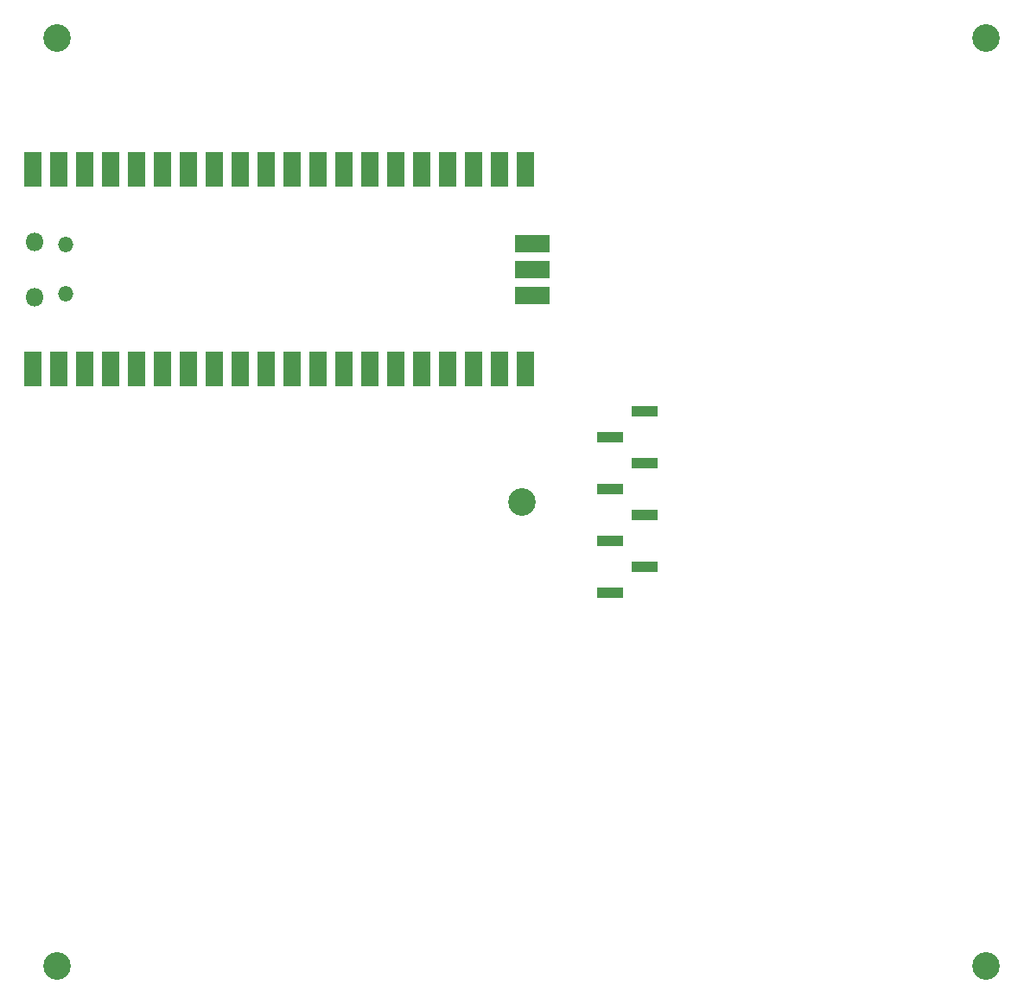
<source format=gbr>
%TF.GenerationSoftware,KiCad,Pcbnew,8.0.7*%
%TF.CreationDate,2025-01-12T22:15:46+01:00*%
%TF.ProjectId,butns,6275746e-732e-46b6-9963-61645f706362,rev?*%
%TF.SameCoordinates,Original*%
%TF.FileFunction,Soldermask,Bot*%
%TF.FilePolarity,Negative*%
%FSLAX46Y46*%
G04 Gerber Fmt 4.6, Leading zero omitted, Abs format (unit mm)*
G04 Created by KiCad (PCBNEW 8.0.7) date 2025-01-12 22:15:46*
%MOMM*%
%LPD*%
G01*
G04 APERTURE LIST*
%ADD10R,2.510000X1.000000*%
%ADD11O,1.800000X1.800000*%
%ADD12O,1.500000X1.500000*%
%ADD13R,1.700000X3.500000*%
%ADD14R,3.500000X1.700000*%
%ADD15C,2.700000*%
G04 APERTURE END LIST*
D10*
%TO.C,J1*%
X190790000Y-99980997D03*
X194100000Y-97440997D03*
X190790000Y-94900997D03*
X194100000Y-92360997D03*
X190790000Y-89820997D03*
X194100000Y-87280997D03*
X190790000Y-84740997D03*
X194100000Y-82200997D03*
%TD*%
D11*
%TO.C,U1*%
X134350000Y-65575000D03*
D12*
X137380000Y-65875000D03*
X137380000Y-70725000D03*
D11*
X134350000Y-71025000D03*
D13*
X134220000Y-58510000D03*
X136760000Y-58510000D03*
X139300000Y-58510000D03*
X141840000Y-58510000D03*
X144380000Y-58510000D03*
X146920000Y-58510000D03*
X149460000Y-58510000D03*
X152000000Y-58510000D03*
X154540000Y-58510000D03*
X157080000Y-58510000D03*
X159620000Y-58510000D03*
X162160000Y-58510000D03*
X164700000Y-58510000D03*
X167240000Y-58510000D03*
X169780000Y-58510000D03*
X172320000Y-58510000D03*
X174860000Y-58510000D03*
X177400000Y-58510000D03*
X179940000Y-58510000D03*
X182480000Y-58510000D03*
X182480000Y-78090000D03*
X179940000Y-78090000D03*
X177400000Y-78090000D03*
X174860000Y-78090000D03*
X172320000Y-78090000D03*
X169780000Y-78090000D03*
X167240000Y-78090000D03*
X164700000Y-78090000D03*
X162160000Y-78090000D03*
X159620000Y-78090000D03*
X157080000Y-78090000D03*
X154540000Y-78090000D03*
X152000000Y-78090000D03*
X149460000Y-78090000D03*
X146920000Y-78090000D03*
X144380000Y-78090000D03*
X141840000Y-78090000D03*
X139300000Y-78090000D03*
X136760000Y-78090000D03*
X134220000Y-78090000D03*
D14*
X183150000Y-65760000D03*
X183150000Y-68300000D03*
X183150000Y-70840000D03*
%TD*%
D15*
%TO.C,H5*%
X182090991Y-91090997D03*
%TD*%
%TO.C,H4*%
X227590991Y-45590997D03*
%TD*%
%TO.C,H3*%
X227590991Y-136590997D03*
%TD*%
%TO.C,H2*%
X136590991Y-136590997D03*
%TD*%
%TO.C,H1*%
X136590991Y-45590997D03*
%TD*%
M02*

</source>
